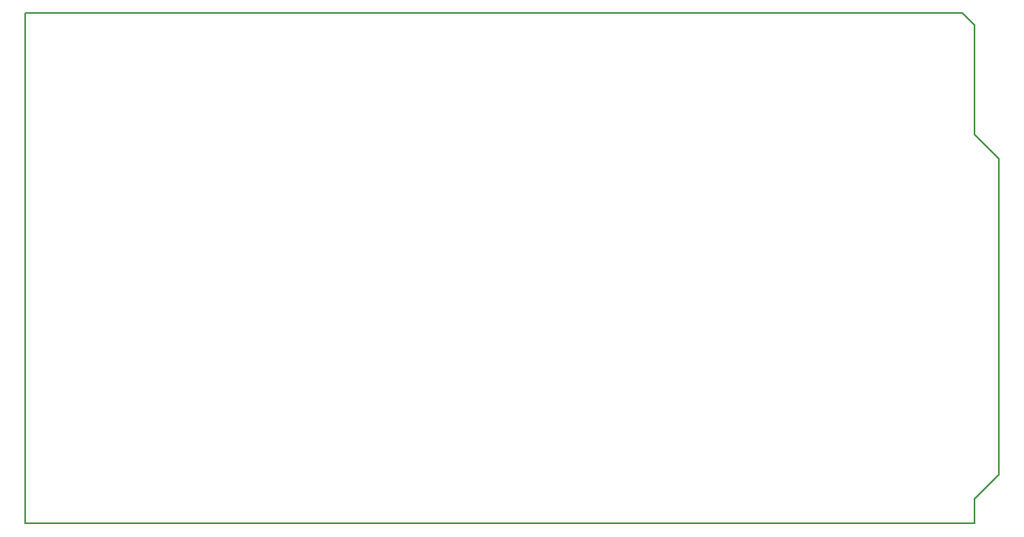
<source format=gbr>
G04 #@! TF.FileFunction,Profile,NP*
%FSLAX46Y46*%
G04 Gerber Fmt 4.6, Leading zero omitted, Abs format (unit mm)*
G04 Created by KiCad (PCBNEW no-vcs-found-undefined) date Sun Oct 16 17:26:44 2016*
%MOMM*%
%LPD*%
G01*
G04 APERTURE LIST*
%ADD10C,0.100000*%
%ADD11C,0.150000*%
G04 APERTURE END LIST*
D10*
D11*
X114300000Y-86360000D02*
X114300000Y-139700000D01*
X212090000Y-86360000D02*
X114300000Y-86360000D01*
X213360000Y-87630000D02*
X212090000Y-86360000D01*
X213360000Y-99060000D02*
X213360000Y-87630000D01*
X215900000Y-101600000D02*
X213360000Y-99060000D01*
X215900000Y-134620000D02*
X215900000Y-101600000D01*
X213360000Y-137160000D02*
X215900000Y-134620000D01*
X213360000Y-139700000D02*
X213360000Y-137160000D01*
X114300000Y-139700000D02*
X213360000Y-139700000D01*
M02*

</source>
